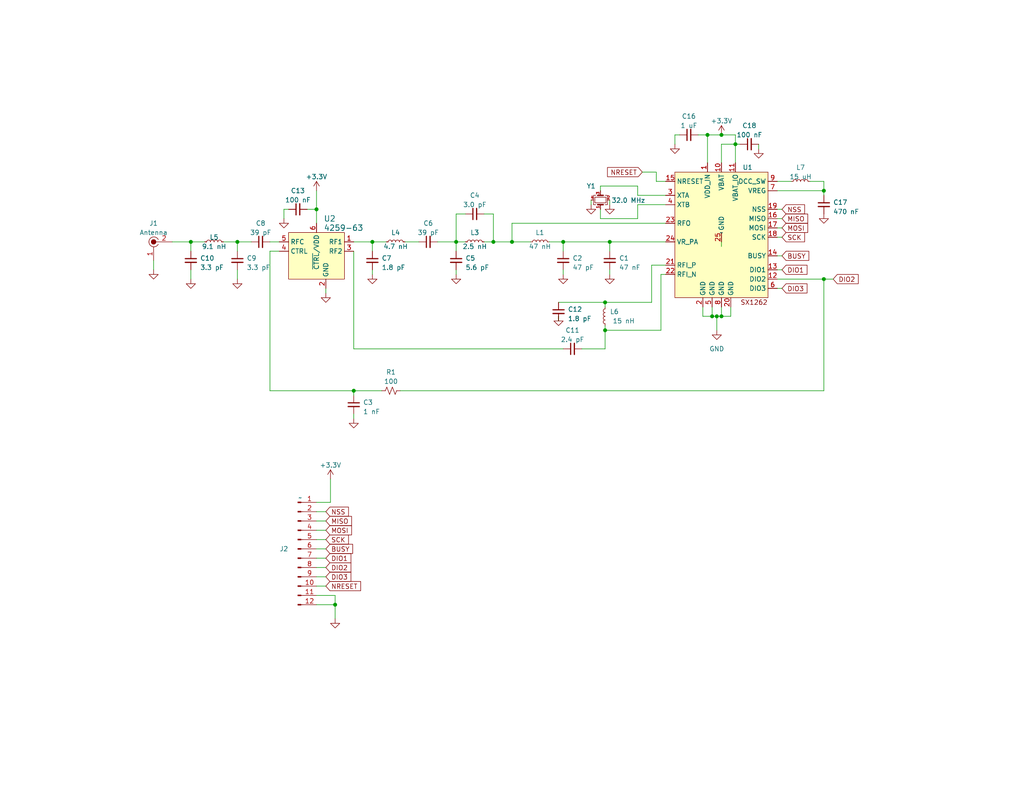
<source format=kicad_sch>
(kicad_sch (version 20230121) (generator eeschema)
  (paper "USLetter")
  (title_block (title "LoRa Development Board") (date "2023-05-02") (rev "1") (company "NSE Labs"))
  (lib_symbols
    (symbol "Connector:Conn_01x12_Pin" (pin_names (offset 1.016) hide)
      (property "Reference" "J" (at 0 15.24 0))
      (property "Value" "Conn_01x12_Pin" (at 0 -17.78 0))
      (symbol "Conn_01x12_Pin_1_1"
        (polyline (pts (xy 1.27 -15.24) (xy 0.8636 -15.24)) (stroke (width 0.1524)))
        (polyline (pts (xy 1.27 -12.7) (xy 0.8636 -12.7)) (stroke (width 0.1524)))
        (polyline (pts (xy 1.27 -10.16) (xy 0.8636 -10.16)) (stroke (width 0.1524)))
        (polyline (pts (xy 1.27 -7.62) (xy 0.8636 -7.62)) (stroke (width 0.1524)))
        (polyline (pts (xy 1.27 -5.08) (xy 0.8636 -5.08)) (stroke (width 0.1524)))
        (polyline (pts (xy 1.27 -2.54) (xy 0.8636 -2.54)) (stroke (width 0.1524)))
        (polyline (pts (xy 1.27 0) (xy 0.8636 0)) (stroke (width 0.1524)))
        (polyline (pts (xy 1.27 2.54) (xy 0.8636 2.54)) (stroke (width 0.1524)))
        (polyline (pts (xy 1.27 5.08) (xy 0.8636 5.08)) (stroke (width 0.1524)))
        (polyline (pts (xy 1.27 7.62) (xy 0.8636 7.62)) (stroke (width 0.1524)))
        (polyline (pts (xy 1.27 10.16) (xy 0.8636 10.16)) (stroke (width 0.1524)))
        (polyline (pts (xy 1.27 12.7) (xy 0.8636 12.7)) (stroke (width 0.1524)))
        (rectangle (start 0.8636 -15.113) (end 0 -15.367) (stroke (width 0.1524)) (fill (type outline)))
        (rectangle (start 0.8636 -12.573) (end 0 -12.827) (stroke (width 0.1524)) (fill (type outline)))
        (rectangle (start 0.8636 -10.033) (end 0 -10.287) (stroke (width 0.1524)) (fill (type outline)))
        (rectangle (start 0.8636 -7.493) (end 0 -7.747) (stroke (width 0.1524)) (fill (type outline)))
        (rectangle (start 0.8636 -4.953) (end 0 -5.207) (stroke (width 0.1524)) (fill (type outline)))
        (rectangle (start 0.8636 -2.413) (end 0 -2.667) (stroke (width 0.1524)) (fill (type outline)))
        (rectangle (start 0.8636 0.127) (end 0 -0.127) (stroke (width 0.1524)) (fill (type outline)))
        (rectangle (start 0.8636 2.667) (end 0 2.413) (stroke (width 0.1524)) (fill (type outline)))
        (rectangle (start 0.8636 5.207) (end 0 4.953) (stroke (width 0.1524)) (fill (type outline)))
        (rectangle (start 0.8636 7.747) (end 0 7.493) (stroke (width 0.1524)) (fill (type outline)))
        (rectangle (start 0.8636 10.287) (end 0 10.033) (stroke (width 0.1524)) (fill (type outline)))
        (rectangle (start 0.8636 12.827) (end 0 12.573) (stroke (width 0.1524)) (fill (type outline)))
        (pin passive line (at 5.08 12.7 180) (length 3.81) (name "Pin_1") (number "1"))
        (pin passive line (at 5.08 -10.16 180) (length 3.81) (name "Pin_10") (number "10"))
        (pin passive line (at 5.08 -12.7 180) (length 3.81) (name "Pin_11") (number "11"))
        (pin passive line (at 5.08 -15.24 180) (length 3.81) (name "Pin_12") (number "12"))
        (pin passive line (at 5.08 10.16 180) (length 3.81) (name "Pin_2") (number "2"))
        (pin passive line (at 5.08 7.62 180) (length 3.81) (name "Pin_3") (number "3"))
        (pin passive line (at 5.08 5.08 180) (length 3.81) (name "Pin_4") (number "4"))
        (pin passive line (at 5.08 2.54 180) (length 3.81) (name "Pin_5") (number "5"))
        (pin passive line (at 5.08 0 180) (length 3.81) (name "Pin_6") (number "6"))
        (pin passive line (at 5.08 -2.54 180) (length 3.81) (name "Pin_7") (number "7"))
        (pin passive line (at 5.08 -5.08 180) (length 3.81) (name "Pin_8") (number "8"))
        (pin passive line (at 5.08 -7.62 180) (length 3.81) (name "Pin_9") (number "9"))
      )
    )
    (symbol "Device:C_Small" (pin_numbers hide) (pin_names (offset 0.254) hide)
      (property "Reference" "C" (at 0.254 1.778 0))
      (property "Value" "C_Small" (at 0.254 -2.032 0))
      (symbol "C_Small_0_1"
        (polyline (pts (xy -1.524 -0.508) (xy 1.524 -0.508)) (stroke (width 0.3302)))
        (polyline (pts (xy -1.524 0.508) (xy 1.524 0.508)) (stroke (width 0.3048)))
      )
      (symbol "C_Small_1_1"
        (pin passive line (at 0 2.54 270) (length 2.032) (name "~") (number "1"))
        (pin passive line (at 0 -2.54 90) (length 2.032) (name "~") (number "2"))
      )
    )
    (symbol "Device:Crystal_GND24_Small" (pin_names (offset 1.016) hide)
      (property "Reference" "Y" (at 1.27 4.445 0))
      (property "Value" "Crystal_GND24_Small" (at 1.27 2.54 0))
      (symbol "Crystal_GND24_Small_0_1"
        (rectangle (start -0.762 -1.524) (end 0.762 1.524))
        (polyline (pts (xy -1.27 -0.762) (xy -1.27 0.762)) (stroke (width 0.381)))
        (polyline (pts (xy 1.27 -0.762) (xy 1.27 0.762)) (stroke (width 0.381)))
        (polyline (pts (xy -1.27 -1.27) (xy -1.27 -1.905) (xy 1.27 -1.905) (xy 1.27 -1.27)))
        (polyline (pts (xy -1.27 1.27) (xy -1.27 1.905) (xy 1.27 1.905) (xy 1.27 1.27)))
      )
      (symbol "Crystal_GND24_Small_1_1"
        (pin passive line (at -2.54 0 0) (length 1.27) (name "1") (number "1"))
        (pin passive line (at 0 -2.54 90) (length 0.635) (name "2") (number "2"))
        (pin passive line (at 2.54 0 180) (length 1.27) (name "3") (number "3"))
        (pin passive line (at 0 2.54 270) (length 0.635) (name "4") (number "4"))
      )
    )
    (symbol "Device:L_Small" (pin_numbers hide) (pin_names (offset 0.254) hide)
      (property "Reference" "L" (at 0.762 1.016 0))
      (property "Value" "L_Small" (at 0.762 -1.016 0))
      (symbol "L_Small_0_1"
        (arc (start 0 -2.032) (mid 0.5058 -1.524) (end 0 -1.016))
        (arc (start 0 -1.016) (mid 0.5058 -0.508) (end 0 0))
        (arc (start 0 0) (mid 0.5058 0.508) (end 0 1.016))
        (arc (start 0 1.016) (mid 0.5058 1.524) (end 0 2.032))
      )
      (symbol "L_Small_1_1"
        (pin passive line (at 0 2.54 270) (length 0.508) (name "~") (number "1"))
        (pin passive line (at 0 -2.54 90) (length 0.508) (name "~") (number "2"))
      )
    )
    (symbol "Device:R_Small_US" (pin_numbers hide) (pin_names (offset 0.254) hide)
      (property "Reference" "R" (at 0.762 0.508 0))
      (property "Value" "R_Small_US" (at 0.762 -1.016 0))
      (symbol "R_Small_US_1_1"
        (polyline (pts (xy 0 0) (xy 1.016 -0.381) (xy 0 -0.762) (xy -1.016 -1.143) (xy 0 -1.524)))
        (polyline (pts (xy 0 1.524) (xy 1.016 1.143) (xy 0 0.762) (xy -1.016 0.381) (xy 0 0)))
        (pin passive line (at 0 2.54 270) (length 1.016) (name "~") (number "1"))
        (pin passive line (at 0 -2.54 90) (length 1.016) (name "~") (number "2"))
      )
    )
    (symbol "Wireless Sensors:SX1262" (pin_names (offset 0.5))
      (property "Reference" "U" (at -11.43 25.4 0))
      (symbol "SX1262_1_1"
        (rectangle (start -12.7 16.51) (end 12.7 -17.78) (fill (type background)))
        (text "SX1262" (at 8.89 -19.05 0) (effects (font (size 1.27 1.27))))
        (pin power_in line (at -3.81 19.05 270) (length 2.54) (name "VDD_IN") (number "1"))
        (pin power_in line (at 0 19.05 270) (length 2.54) (name "VBAT") (number "10"))
        (pin power_in line (at 3.81 19.05 270) (length 2.54) (name "VBAT_IO") (number "11"))
        (pin bidirectional line (at 15.24 -12.7 180) (length 2.54) (name "DIO2") (number "12"))
        (pin bidirectional line (at 15.24 -10.16 180) (length 2.54) (name "DIO1") (number "13"))
        (pin output line (at 15.24 -6.35 180) (length 2.54) (name "BUSY") (number "14"))
        (pin input line (at -15.24 13.97 0) (length 2.54) (name "NRESET") (number "15"))
        (pin bidirectional line (at 15.24 3.81 180) (length 2.54) (name "MISO") (number "16"))
        (pin bidirectional line (at 15.24 1.27 180) (length 2.54) (name "MOSI") (number "17"))
        (pin bidirectional line (at 15.24 -1.27 180) (length 2.54) (name "SCK") (number "18"))
        (pin passive line (at 15.24 6.35 180) (length 2.54) (name "NSS") (number "19"))
        (pin power_in line (at -5.08 -20.32 90) (length 2.54) (name "GND") (number "2"))
        (pin power_in line (at 2.54 -20.32 90) (length 2.54) (name "GND") (number "20"))
        (pin input line (at -15.24 -8.89 0) (length 2.54) (name "RFI_P") (number "21"))
        (pin input line (at -15.24 -11.43 0) (length 2.54) (name "RFI_N") (number "22"))
        (pin output line (at -15.24 2.54 0) (length 2.54) (name "RFO") (number "23"))
        (pin power_out line (at -15.24 -2.54 0) (length 2.54) (name "VR_PA") (number "24"))
        (pin power_in line (at 0 -2.54 90) (length 2.54) (name "GND") (number "25"))
        (pin bidirectional line (at -15.24 10.16 0) (length 2.54) (name "XTA") (number "3"))
        (pin bidirectional line (at -15.24 7.62 0) (length 2.54) (name "XTB") (number "4"))
        (pin power_in line (at -2.54 -20.32 90) (length 2.54) (name "GND") (number "5"))
        (pin bidirectional line (at 15.24 -15.24 180) (length 2.54) (name "DIO3") (number "6"))
        (pin power_out line (at 15.24 11.43 180) (length 2.54) (name "VREG") (number "7"))
        (pin power_in line (at 0 -20.32 90) (length 2.54) (name "GND") (number "8"))
        (pin power_out line (at 15.24 13.97 180) (length 2.54) (name "DCC_SW") (number "9"))
      )
    )
    (symbol "dk_Coaxial-Connectors-RF:U_FL-R-SMT_10_" (pin_names (offset 1.016))
      (property "Reference" "J" (at -1.27 1.27 0))
      (property "Value" "U_FL-R-SMT_10_" (at 1.27 -2.54 0))
      (symbol "U_FL-R-SMT_10__1_1"
        (arc (start -1.27 0) (mid -0.2651 -1.3081) (end 1.27 -0.635))
        (circle (center 0 0) (radius 0.635) (fill (type outline)))
        (arc (start 1.27 0.635) (mid -0.2496 1.3256) (end -1.27 0))
        (pin passive line (at 0 -5.08 90) (length 3.683) (name "~") (number "1"))
        (pin passive line (at 5.08 0 180) (length 4.445) (name "~") (number "2"))
      )
    )
    (symbol "dk_RF-Switches:4259-63"
      (property "Reference" "U" (at -6.35 3.81 0))
      (property "Value" "4259-63" (at 0 -11.43 0))
      (symbol "4259-63_0_1"
        (rectangle (start -7.62 2.54) (end 7.62 -10.16) (fill (type background)))
      )
      (symbol "4259-63_1_1"
        (pin passive line (at 10.16 0 180) (length 2.54) (name "RF1") (number "1"))
        (pin power_in line (at 2.54 -12.7 90) (length 2.54) (name "GND") (number "2"))
        (pin passive line (at 10.16 -2.54 180) (length 2.54) (name "RF2") (number "3"))
        (pin input line (at -10.16 -2.54 0) (length 2.54) (name "CTRL") (number "4"))
        (pin passive line (at -10.16 0 0) (length 2.54) (name "RFC") (number "5"))
        (pin power_in line (at 0 5.08 270) (length 2.54) (name "~{CTRL}/VDD") (number "6"))
      )
    )
    (symbol "power:+3.3V" (power) (pin_names (offset 0))
      (property "Value" "+3.3V" (at 0 3.556 0))
      (symbol "+3.3V_0_1"
        (polyline (pts (xy -0.762 1.27) (xy 0 2.54)))
        (polyline (pts (xy 0 0) (xy 0 2.54)))
        (polyline (pts (xy 0 2.54) (xy 0.762 1.27)))
      )
      (symbol "+3.3V_1_1"
        (pin power_in line (at 0 0 90) (length 0) hide (name "+3.3V") (number "1"))
      )
    )
    (symbol "power:GND" (power) (pin_names (offset 0))
      (property "Value" "GND" (at 0 -3.81 0))
      (symbol "GND_0_1"
        (polyline (pts (xy 0 0) (xy 0 -1.27) (xy 1.27 -1.27) (xy 0 -2.54) (xy -1.27 -1.27) (xy 0 -1.27)))
      )
      (symbol "GND_1_1"
        (pin power_in line (at 0 0 270) (length 0) hide (name "GND") (number "1"))
      )
    )
  )
  (junction (at 193.04 36.83))
  (junction (at 224.79 76.2))
  (junction (at 52.07 66.04))
  (junction (at 196.85 86.36))
  (junction (at 64.77 66.04))
  (junction (at 200.66 39.37))
  (junction (at 166.37 66.04))
  (junction (at 134.62 66.04))
  (junction (at 195.58 86.36))
  (junction (at 165.1 82.55))
  (junction (at 101.6 66.04))
  (junction (at 139.7 66.04))
  (junction (at 224.79 52.07))
  (junction (at 196.85 36.83))
  (junction (at 165.1 90.17))
  (junction (at 153.67 66.04))
  (junction (at 86.36 57.15))
  (junction (at 124.46 66.04))
  (junction (at 96.52 106.68))
  (junction (at 91.44 165.1))
  (junction (at 194.31 86.36))
  (wire (pts (xy 180.34 90.17) (xy 165.1 90.17)))
  (wire (pts (xy 163.83 57.15) (xy 163.83 59.69)))
  (wire (pts (xy 193.04 36.83) (xy 193.04 44.45)))
  (wire (pts (xy 173.99 55.88) (xy 181.61 55.88)))
  (wire (pts (xy 83.82 57.15) (xy 86.36 57.15)))
  (wire (pts (xy 173.99 53.34) (xy 173.99 50.8)))
  (wire (pts (xy 149.86 66.04) (xy 153.67 66.04)))
  (wire (pts (xy 194.31 83.82) (xy 194.31 86.36)))
  (wire (pts (xy 73.66 106.68) (xy 96.52 106.68)))
  (wire (pts (xy 196.85 44.45) (xy 196.85 39.37)))
  (wire (pts (xy 212.09 52.07) (xy 224.79 52.07)))
  (wire (pts (xy 96.52 95.25) (xy 153.67 95.25)))
  (wire (pts (xy 166.37 54.61) (xy 166.37 55.88)))
  (wire (pts (xy 86.36 162.56) (xy 91.44 162.56)))
  (wire (pts (xy 86.36 144.78) (xy 88.9 144.78)))
  (wire (pts (xy 73.66 68.58) (xy 73.66 106.68)))
  (wire (pts (xy 86.36 149.86) (xy 88.9 149.86)))
  (wire (pts (xy 212.09 76.2) (xy 224.79 76.2)))
  (wire (pts (xy 64.77 66.04) (xy 64.77 68.58)))
  (wire (pts (xy 158.75 95.25) (xy 165.1 95.25)))
  (wire (pts (xy 86.36 52.07) (xy 86.36 57.15)))
  (wire (pts (xy 212.09 62.23) (xy 213.36 62.23)))
  (wire (pts (xy 104.14 106.68) (xy 96.52 106.68)))
  (wire (pts (xy 86.36 152.4) (xy 88.9 152.4)))
  (wire (pts (xy 180.34 74.93) (xy 180.34 90.17)))
  (wire (pts (xy 224.79 106.68) (xy 109.22 106.68)))
  (wire (pts (xy 73.66 66.04) (xy 76.2 66.04)))
  (wire (pts (xy 177.8 82.55) (xy 165.1 82.55)))
  (wire (pts (xy 86.36 137.16) (xy 90.17 137.16)))
  (wire (pts (xy 173.99 59.69) (xy 173.99 55.88)))
  (wire (pts (xy 101.6 73.66) (xy 101.6 74.93)))
  (wire (pts (xy 212.09 64.77) (xy 213.36 64.77)))
  (wire (pts (xy 191.77 86.36) (xy 194.31 86.36)))
  (wire (pts (xy 153.67 73.66) (xy 153.67 74.93)))
  (wire (pts (xy 101.6 66.04) (xy 105.41 66.04)))
  (wire (pts (xy 46.99 66.04) (xy 52.07 66.04)))
  (wire (pts (xy 86.36 157.48) (xy 88.9 157.48)))
  (wire (pts (xy 101.6 68.58) (xy 101.6 66.04)))
  (wire (pts (xy 124.46 66.04) (xy 124.46 58.42)))
  (wire (pts (xy 212.09 69.85) (xy 213.36 69.85)))
  (wire (pts (xy 134.62 66.04) (xy 139.7 66.04)))
  (wire (pts (xy 212.09 73.66) (xy 213.36 73.66)))
  (wire (pts (xy 212.09 49.53) (xy 215.9 49.53)))
  (wire (pts (xy 190.5 36.83) (xy 193.04 36.83)))
  (wire (pts (xy 181.61 72.39) (xy 177.8 72.39)))
  (wire (pts (xy 196.85 39.37) (xy 200.66 39.37)))
  (wire (pts (xy 124.46 73.66) (xy 124.46 74.93)))
  (wire (pts (xy 152.4 87.63) (xy 152.4 86.36)))
  (wire (pts (xy 86.36 160.02) (xy 88.9 160.02)))
  (wire (pts (xy 134.62 58.42) (xy 134.62 66.04)))
  (wire (pts (xy 166.37 73.66) (xy 166.37 74.93)))
  (wire (pts (xy 224.79 49.53) (xy 224.79 52.07)))
  (wire (pts (xy 96.52 113.03) (xy 96.52 114.3)))
  (wire (pts (xy 96.52 106.68) (xy 96.52 107.95)))
  (wire (pts (xy 110.49 66.04) (xy 114.3 66.04)))
  (wire (pts (xy 227.33 76.2) (xy 224.79 76.2)))
  (wire (pts (xy 144.78 66.04) (xy 139.7 66.04)))
  (wire (pts (xy 196.85 86.36) (xy 199.39 86.36)))
  (wire (pts (xy 86.36 139.7) (xy 88.9 139.7)))
  (wire (pts (xy 184.15 36.83) (xy 185.42 36.83)))
  (wire (pts (xy 88.9 78.74) (xy 88.9 80.01)))
  (wire (pts (xy 139.7 60.96) (xy 139.7 66.04)))
  (wire (pts (xy 96.52 68.58) (xy 96.52 95.25)))
  (wire (pts (xy 86.36 142.24) (xy 88.9 142.24)))
  (wire (pts (xy 91.44 165.1) (xy 91.44 168.91)))
  (wire (pts (xy 86.36 165.1) (xy 91.44 165.1)))
  (wire (pts (xy 184.15 36.83) (xy 184.15 39.37)))
  (wire (pts (xy 96.52 66.04) (xy 101.6 66.04)))
  (wire (pts (xy 173.99 50.8) (xy 163.83 50.8)))
  (wire (pts (xy 165.1 95.25) (xy 165.1 90.17)))
  (wire (pts (xy 127 66.04) (xy 124.46 66.04)))
  (wire (pts (xy 132.08 58.42) (xy 134.62 58.42)))
  (wire (pts (xy 196.85 36.83) (xy 193.04 36.83)))
  (wire (pts (xy 200.66 39.37) (xy 201.93 39.37)))
  (wire (pts (xy 76.2 68.58) (xy 73.66 68.58)))
  (wire (pts (xy 163.83 50.8) (xy 163.83 52.07)))
  (wire (pts (xy 177.8 72.39) (xy 177.8 82.55)))
  (wire (pts (xy 195.58 86.36) (xy 195.58 90.17)))
  (wire (pts (xy 52.07 66.04) (xy 55.88 66.04)))
  (wire (pts (xy 86.36 57.15) (xy 86.36 60.96)))
  (wire (pts (xy 181.61 53.34) (xy 173.99 53.34)))
  (wire (pts (xy 200.66 39.37) (xy 200.66 44.45)))
  (wire (pts (xy 60.96 66.04) (xy 64.77 66.04)))
  (wire (pts (xy 212.09 78.74) (xy 213.36 78.74)))
  (wire (pts (xy 224.79 76.2) (xy 224.79 106.68)))
  (wire (pts (xy 153.67 66.04) (xy 166.37 66.04)))
  (wire (pts (xy 181.61 66.04) (xy 166.37 66.04)))
  (wire (pts (xy 165.1 82.55) (xy 165.1 83.82)))
  (wire (pts (xy 207.01 39.37) (xy 207.01 40.64)))
  (wire (pts (xy 196.85 66.04) (xy 196.85 67.31)))
  (wire (pts (xy 199.39 83.82) (xy 199.39 86.36)))
  (wire (pts (xy 139.7 60.96) (xy 181.61 60.96)))
  (wire (pts (xy 64.77 66.04) (xy 68.58 66.04)))
  (wire (pts (xy 163.83 59.69) (xy 173.99 59.69)))
  (wire (pts (xy 224.79 52.07) (xy 224.79 53.34)))
  (wire (pts (xy 194.31 86.36) (xy 195.58 86.36)))
  (wire (pts (xy 41.91 71.12) (xy 41.91 73.66)))
  (wire (pts (xy 132.08 66.04) (xy 134.62 66.04)))
  (wire (pts (xy 77.47 57.15) (xy 78.74 57.15)))
  (wire (pts (xy 119.38 66.04) (xy 124.46 66.04)))
  (wire (pts (xy 124.46 58.42) (xy 127 58.42)))
  (wire (pts (xy 86.36 154.94) (xy 88.9 154.94)))
  (wire (pts (xy 64.77 73.66) (xy 64.77 76.2)))
  (wire (pts (xy 52.07 68.58) (xy 52.07 66.04)))
  (wire (pts (xy 212.09 57.15) (xy 213.36 57.15)))
  (wire (pts (xy 124.46 66.04) (xy 124.46 68.58)))
  (wire (pts (xy 195.58 86.36) (xy 196.85 86.36)))
  (wire (pts (xy 200.66 39.37) (xy 200.66 36.83)))
  (wire (pts (xy 165.1 90.17) (xy 165.1 88.9)))
  (wire (pts (xy 77.47 57.15) (xy 77.47 59.69)))
  (wire (pts (xy 166.37 66.04) (xy 166.37 68.58)))
  (wire (pts (xy 52.07 73.66) (xy 52.07 76.2)))
  (wire (pts (xy 181.61 74.93) (xy 180.34 74.93)))
  (wire (pts (xy 91.44 162.56) (xy 91.44 165.1)))
  (wire (pts (xy 196.85 36.83) (xy 200.66 36.83)))
  (wire (pts (xy 212.09 59.69) (xy 213.36 59.69)))
  (wire (pts (xy 90.17 137.16) (xy 90.17 130.81)))
  (wire (pts (xy 175.26 46.99) (xy 179.07 46.99)))
  (wire (pts (xy 153.67 68.58) (xy 153.67 66.04)))
  (wire (pts (xy 179.07 46.99) (xy 179.07 49.53)))
  (wire (pts (xy 196.85 83.82) (xy 196.85 86.36)))
  (wire (pts (xy 191.77 83.82) (xy 191.77 86.36)))
  (wire (pts (xy 152.4 82.55) (xy 165.1 82.55)))
  (wire (pts (xy 161.29 54.61) (xy 161.29 55.88)))
  (wire (pts (xy 179.07 49.53) (xy 181.61 49.53)))
  (wire (pts (xy 220.98 49.53) (xy 224.79 49.53)))
  (wire (pts (xy 86.36 147.32) (xy 88.9 147.32)))
  (global_label "DIO1" (shape input) (at 88.9 152.4 0) (property "Intersheetrefs" "${INTERSHEET_REFS}" (effects hide)))
  (global_label "NRESET" (shape input) (at 175.26 46.99 180) (property "Intersheetrefs" "${INTERSHEET_REFS}" (effects hide)))
  (global_label "MISO" (shape input) (at 213.36 59.69 0) (property "Intersheetrefs" "${INTERSHEET_REFS}" (effects hide)))
  (global_label "SCK" (shape input) (at 213.36 64.77 0) (property "Intersheetrefs" "${INTERSHEET_REFS}" (effects hide)))
  (global_label "NSS" (shape input) (at 88.9 139.7 0) (property "Intersheetrefs" "${INTERSHEET_REFS}" (effects hide)))
  (global_label "SCK" (shape input) (at 88.9 147.32 0) (property "Intersheetrefs" "${INTERSHEET_REFS}" (effects hide)))
  (global_label "BUSY" (shape input) (at 213.36 69.85 0) (property "Intersheetrefs" "${INTERSHEET_REFS}" (effects hide)))
  (global_label "BUSY" (shape input) (at 88.9 149.86 0) (property "Intersheetrefs" "${INTERSHEET_REFS}" (effects hide)))
  (global_label "NRESET" (shape input) (at 88.9 160.02 0) (property "Intersheetrefs" "${INTERSHEET_REFS}" (effects hide)))
  (global_label "MOSI" (shape input) (at 213.36 62.23 0) (property "Intersheetrefs" "${INTERSHEET_REFS}" (effects hide)))
  (global_label "NSS" (shape input) (at 213.36 57.15 0) (property "Intersheetrefs" "${INTERSHEET_REFS}" (effects hide)))
  (global_label "DIO3" (shape input) (at 213.36 78.74 0) (property "Intersheetrefs" "${INTERSHEET_REFS}" (effects hide)))
  (global_label "MOSI" (shape input) (at 88.9 144.78 0) (property "Intersheetrefs" "${INTERSHEET_REFS}" (effects hide)))
  (global_label "DIO1" (shape input) (at 213.36 73.66 0) (property "Intersheetrefs" "${INTERSHEET_REFS}" (effects hide)))
  (global_label "DIO2" (shape input) (at 88.9 154.94 0) (property "Intersheetrefs" "${INTERSHEET_REFS}" (effects hide)))
  (global_label "DIO2" (shape input) (at 227.33 76.2 0) (property "Intersheetrefs" "${INTERSHEET_REFS}" (effects hide)))
  (global_label "MISO" (shape input) (at 88.9 142.24 0) (property "Intersheetrefs" "${INTERSHEET_REFS}" (effects hide)))
  (global_label "DIO3" (shape input) (at 88.9 157.48 0) (property "Intersheetrefs" "${INTERSHEET_REFS}" (effects hide)))
  (symbol (lib_id "power:GND") (at 101.6 74.93 0) (unit 1)
    (property "Reference" "#PWR013" (effects hide))
    (property "Value" "GND" (effects hide))
  )
  (symbol (lib_id "power:GND") (at 88.9 80.01 0) (unit 1)
    (property "Reference" "#PWR014" (effects hide))
    (property "Value" "GND" (effects hide))
  )
  (symbol (lib_id "Device:C_Small") (at 124.46 71.12 0) (unit 1)
    (property "Reference" "C5" (at 127 70.4913 0) (effects (justify left)))
    (property "Value" "5.6 pF" (at 127 73.0313 0) (effects (justify left)))
  )
  (symbol (lib_id "Device:L_Small") (at 147.32 66.04 90) (unit 1)
    (property "Reference" "L1" (at 147.32 63.5 90))
    (property "Value" "47 nH" (at 147.32 67.31 90))
  )
  (symbol (lib_id "Device:L_Small") (at 218.44 49.53 90) (unit 1)
    (property "Reference" "L7" (at 218.44 45.72 90))
    (property "Value" "15 uH" (at 218.44 48.26 90))
  )
  (symbol (lib_id "Device:C_Small") (at 52.07 71.12 0) (unit 1)
    (property "Reference" "C10" (at 54.61 70.4913 0) (effects (justify left)))
    (property "Value" "3.3 pF" (at 54.61 73.0313 0) (effects (justify left)))
  )
  (symbol (lib_id "Device:C_Small") (at 166.37 71.12 0) (unit 1)
    (property "Reference" "C1" (at 168.91 70.4913 0) (effects (justify left)))
    (property "Value" "47 nF" (at 168.91 73.0313 0) (effects (justify left)))
  )
  (symbol (lib_id "power:GND") (at 166.37 74.93 0) (unit 1)
    (property "Reference" "#PWR09" (effects hide))
    (property "Value" "GND" (effects hide))
  )
  (symbol (lib_id "Device:L_Small") (at 58.42 66.04 90) (unit 1)
    (property "Reference" "L5" (at 58.42 64.77 90))
    (property "Value" "9.1 nH" (at 58.42 67.31 90))
  )
  (symbol (lib_id "Device:C_Small") (at 101.6 71.12 0) (unit 1)
    (property "Reference" "C7" (at 104.14 70.4913 0) (effects (justify left)))
    (property "Value" "1.8 pF" (at 104.14 73.0313 0) (effects (justify left)))
  )
  (symbol (lib_id "Device:C_Small") (at 156.21 95.25 90) (unit 1)
    (property "Reference" "C11" (at 156.2163 90.17 90))
    (property "Value" "2.4 pF" (at 156.2163 92.71 90))
  )
  (symbol (lib_id "power:GND") (at 124.46 74.93 0) (unit 1)
    (property "Reference" "#PWR012" (effects hide))
    (property "Value" "GND" (effects hide))
  )
  (symbol (lib_id "Device:C_Small") (at 204.47 39.37 90) (unit 1)
    (property "Reference" "C18" (at 204.4763 34.29 90))
    (property "Value" "100 nF" (at 204.4763 36.83 90))
  )
  (symbol (lib_id "power:GND") (at 195.58 90.17 0) (unit 1)
    (property "Reference" "#PWR01" (effects hide))
    (property "Value" "GND" (at 195.58 95.25 0))
  )
  (symbol (lib_id "power:+3.3V") (at 86.36 52.07 0) (unit 1)
    (property "Reference" "#PWR019" (effects hide))
    (property "Value" "+3.3V" (at 86.36 48.26 0))
  )
  (symbol (lib_id "power:GND") (at 41.91 73.66 0) (unit 1)
    (property "Reference" "#PWR017" (effects hide))
    (property "Value" "GND" (effects hide))
  )
  (symbol (lib_id "power:GND") (at 64.77 76.2 0) (unit 1)
    (property "Reference" "#PWR015" (effects hide))
    (property "Value" "GND" (effects hide))
  )
  (symbol (lib_id "Device:C_Small") (at 152.4 85.09 0) (unit 1)
    (property "Reference" "C12" (at 154.94 84.4613 0) (effects (justify left)))
    (property "Value" "1.8 pF" (at 154.94 87.0013 0) (effects (justify left)))
  )
  (symbol (lib_id "Device:C_Small") (at 129.54 58.42 90) (unit 1)
    (property "Reference" "C4" (at 129.5463 53.34 90))
    (property "Value" "3.0 pF" (at 129.5463 55.88 90))
  )
  (symbol (lib_id "Device:L_Small") (at 129.54 66.04 90) (unit 1)
    (property "Reference" "L3" (at 129.54 63.5 90))
    (property "Value" "2.5 nH" (at 129.54 67.31 90))
  )
  (symbol (lib_id "power:GND") (at 224.79 58.42 0) (unit 1)
    (property "Reference" "#PWR02" (effects hide))
    (property "Value" "GND" (effects hide))
  )
  (symbol (lib_id "Device:L_Small") (at 107.95 66.04 90) (unit 1)
    (property "Reference" "L4" (at 107.95 63.5 90))
    (property "Value" "4.7 nH" (at 107.95 67.31 90))
  )
  (symbol (lib_id "Device:C_Small") (at 81.28 57.15 90) (unit 1)
    (property "Reference" "C13" (at 81.2863 52.07 90))
    (property "Value" "100 nF" (at 81.2863 54.61 90))
  )
  (symbol (lib_id "Wireless Sensors:SX1262") (at 196.85 63.5 0) (unit 1)
    (property "Reference" "U1" (at 202.6159 45.72 0) (effects (justify left)))
    (property "Value" "~" (at 196.85 63.5 0))
  )
  (symbol (lib_id "power:GND") (at 52.07 76.2 0) (unit 1)
    (property "Reference" "#PWR016" (effects hide))
    (property "Value" "GND" (effects hide))
  )
  (symbol (lib_id "power:GND") (at 184.15 39.37 0) (unit 1)
    (property "Reference" "#PWR07" (effects hide))
    (property "Value" "GND" (effects hide))
  )
  (symbol (lib_id "power:GND") (at 166.37 55.88 0) (unit 1)
    (property "Reference" "#PWR03" (effects hide))
    (property "Value" "GND" (effects hide))
  )
  (symbol (lib_id "power:GND") (at 77.47 59.69 0) (unit 1)
    (property "Reference" "#PWR020" (effects hide))
    (property "Value" "GND" (effects hide))
  )
  (symbol (lib_id "power:GND") (at 207.01 40.64 0) (unit 1)
    (property "Reference" "#PWR06" (effects hide))
    (property "Value" "GND" (effects hide))
  )
  (symbol (lib_id "Device:C_Small") (at 96.52 110.49 0) (unit 1)
    (property "Reference" "C3" (at 99.06 109.8613 0) (effects (justify left)))
    (property "Value" "1 nF" (at 99.06 112.4013 0) (effects (justify left)))
  )
  (symbol (lib_id "power:GND") (at 196.85 67.31 0) (unit 1)
    (property "Reference" "#PWR08" (effects hide))
    (property "Value" "GND" (effects hide))
  )
  (symbol (lib_id "Device:C_Small") (at 64.77 71.12 0) (unit 1)
    (property "Reference" "C9" (at 67.31 70.4913 0) (effects (justify left)))
    (property "Value" "3.3 pF" (at 67.31 73.0313 0) (effects (justify left)))
  )
  (symbol (lib_id "dk_RF-Switches:4259-63") (at 86.36 66.04 0) (unit 1)
    (property "Reference" "U2" (at 88.3159 59.69 0) (effects (font (size 1.524 1.524)) (justify left)))
    (property "Value" "4259-63" (at 88.3159 62.23 0) (effects (font (size 1.524 1.524)) (justify left)))
    (property "Footprint" "digikey-footprints:SOT-363" (effects hide))
    (property "Datasheet" "http://www.psemi.com/pdf/datasheets/pe4259ds.pdf" (effects hide))
    (property "Digi-Key_PN" "1046-1011-1-ND" (effects hide))
    (property "MPN" "4259-63" (effects hide))
    (property "Category" "RF/IF and RFID" (effects hide))
    (property "Family" "RF Switches" (effects hide))
    (property "DK_Datasheet_Link" "http://www.psemi.com/pdf/datasheets/pe4259ds.pdf" (effects hide))
    (property "DK_Detail_Page" "/product-detail/en/psemi/4259-63/1046-1011-1-ND/2614515" (effects hide))
    (property "Description" "IC RF SWITCH SPDT 3GHZ SC70-6" (effects hide))
    (property "Manufacturer" "pSemi" (effects hide))
    (property "Status" "Active" (effects hide))
  )
  (symbol (lib_id "Device:C_Small") (at 71.12 66.04 90) (unit 1)
    (property "Reference" "C8" (at 71.1263 60.96 90))
    (property "Value" "39 pF" (at 71.1263 63.5 90))
  )
  (symbol (lib_id "Device:C_Small") (at 224.79 55.88 0) (unit 1)
    (property "Reference" "C17" (at 227.33 55.2513 0) (effects (justify left)))
    (property "Value" "470 nF" (at 227.33 57.7913 0) (effects (justify left)))
  )
  (symbol (lib_id "Device:C_Small") (at 153.67 71.12 0) (unit 1)
    (property "Reference" "C2" (at 156.21 70.4913 0) (effects (justify left)))
    (property "Value" "47 pF" (at 156.21 73.0313 0) (effects (justify left)))
  )
  (symbol (lib_id "dk_Coaxial-Connectors-RF:U_FL-R-SMT_10_") (at 41.91 66.04 0) (unit 1)
    (property "Reference" "J1" (at 41.9099 60.96 0))
    (property "Value" "Antenna" (at 41.9099 63.5 0))
    (property "Footprint" "digikey-footprints:Coax_Conn_U.FL" (effects hide))
    (property "Datasheet" "https://media.digikey.com/pdf/Data%20Sheets/Hirose%20PDFs/UFL%20Series.pdf" (effects hide))
    (property "Digi-Key_PN" "H9161CT-ND" (effects hide))
    (property "MPN" "U.FL-R-SMT(10)" (effects hide))
    (property "Category" "Connectors, Interconnects" (effects hide))
    (property "Family" "Coaxial Connectors (RF)" (effects hide))
    (property "DK_Datasheet_Link" "https://media.digikey.com/pdf/Data%20Sheets/Hirose%20PDFs/UFL%20Series.pdf" (effects hide))
    (property "DK_Detail_Page" "/product-detail/en/hirose-electric-co-ltd/U.FL-R-SMT(10)/H9161CT-ND/2135256" (effects hide))
    (property "Description" "CONN U.FL RCPT STR 50 OHM SMD" (effects hide))
    (property "Manufacturer" "Hirose Electric Co Ltd" (effects hide))
    (property "Status" "Active" (effects hide))
  )
  (symbol (lib_id "power:+3.3V") (at 90.17 130.81 0) (unit 1)
    (property "Reference" "#PWR021" (effects hide))
    (property "Value" "+3.3V" (at 90.17 127 0))
  )
  (symbol (lib_id "Device:Crystal_GND24_Small") (at 163.83 54.61 90) (unit 1)
    (property "Reference" "Y1" (at 161.29 50.8 90))
    (property "Value" "32.0 MHz" (at 171.45 54.7117 90))
  )
  (symbol (lib_id "power:GND") (at 153.67 74.93 0) (unit 1)
    (property "Reference" "#PWR010" (effects hide))
    (property "Value" "GND" (effects hide))
  )
  (symbol (lib_id "Connector:Conn_01x12_Pin") (at 81.28 149.86 0) (unit 1)
    (property "Reference" "J2" (at 77.47 149.86 0))
    (property "Value" "~" (at 81.915 135.89 0))
  )
  (symbol (lib_id "power:GND") (at 91.44 168.91 0) (unit 1)
    (property "Reference" "#PWR022" (effects hide))
    (property "Value" "GND" (effects hide))
  )
  (symbol (lib_id "Device:L_Small") (at 165.1 86.36 180) (unit 1)
    (property "Reference" "L6" (at 167.64 85.09 0))
    (property "Value" "15 nH" (at 170.18 87.63 0))
  )
  (symbol (lib_id "Device:R_Small_US") (at 106.68 106.68 90) (unit 1)
    (property "Reference" "R1" (at 106.68 101.6 90))
    (property "Value" "100" (at 106.68 104.14 90))
  )
  (symbol (lib_id "power:GND") (at 161.29 55.88 0) (unit 1)
    (property "Reference" "#PWR04" (effects hide))
    (property "Value" "GND" (effects hide))
  )
  (symbol (lib_id "Device:C_Small") (at 116.84 66.04 90) (unit 1)
    (property "Reference" "C6" (at 116.8463 60.96 90))
    (property "Value" "39 pF" (at 116.8463 63.5 90))
  )
  (symbol (lib_id "power:+3.3V") (at 196.85 36.83 0) (unit 1)
    (property "Reference" "#PWR05" (effects hide))
    (property "Value" "+3.3V" (at 196.85 33.02 0))
  )
  (symbol (lib_id "power:GND") (at 96.52 114.3 0) (unit 1)
    (property "Reference" "#PWR011" (effects hide))
    (property "Value" "GND" (effects hide))
  )
  (symbol (lib_id "power:GND") (at 152.4 86.36 0) (unit 1)
    (property "Reference" "#PWR018" (effects hide))
    (property "Value" "GND" (effects hide))
  )
  (symbol (lib_id "Device:C_Small") (at 187.96 36.83 90) (unit 1)
    (property "Reference" "C16" (at 187.9663 31.75 90))
    (property "Value" "1 uF" (at 187.9663 34.29 90))
  )
)
</source>
